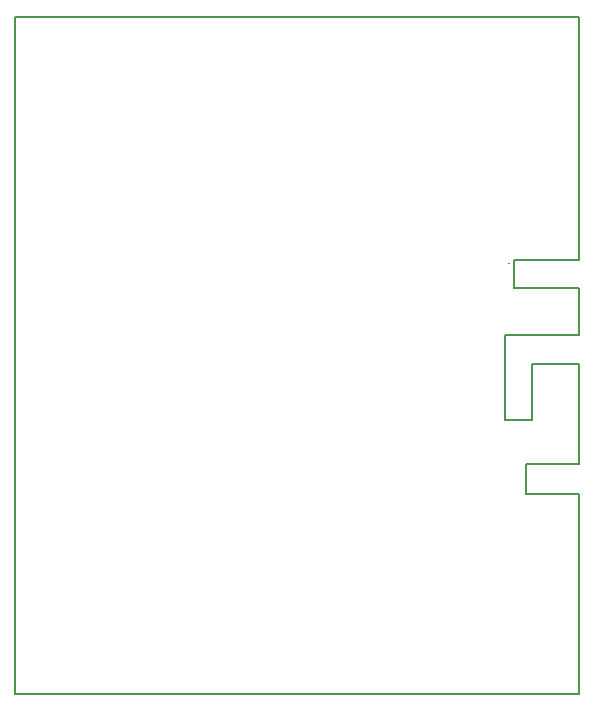
<source format=gbr>
G04 #@! TF.FileFunction,Profile,NP*
%FSLAX46Y46*%
G04 Gerber Fmt 4.6, Leading zero omitted, Abs format (unit mm)*
G04 Created by KiCad (PCBNEW 4.0.7) date 12/06/18 03:02:26*
%MOMM*%
%LPD*%
G01*
G04 APERTURE LIST*
%ADD10C,0.100000*%
%ADD11C,0.150000*%
G04 APERTURE END LIST*
D10*
D11*
X82194400Y-56794400D02*
X82194400Y-65278000D01*
X78232000Y-56794400D02*
X82194400Y-56794400D01*
X78232000Y-61569600D02*
X78232000Y-56794400D01*
X78232000Y-54356000D02*
X82194400Y-54356000D01*
X82194400Y-50393600D02*
X82194400Y-54356000D01*
X75946000Y-54356000D02*
X78232000Y-54356000D01*
X75946000Y-61569600D02*
X75946000Y-54356000D01*
X78232000Y-61569600D02*
X75946000Y-61569600D01*
X82194400Y-67818000D02*
X82194400Y-84785200D01*
X77673200Y-67818000D02*
X82194400Y-67818000D01*
X77673200Y-65278000D02*
X77673200Y-67818000D01*
X82194400Y-65278000D02*
X77673200Y-65278000D01*
X82194400Y-27482800D02*
X82194400Y-48056800D01*
X76657200Y-50393600D02*
X82194400Y-50393600D01*
X76657200Y-48056800D02*
X76657200Y-50393600D01*
X82194400Y-48056800D02*
X76657200Y-48056800D01*
X76301600Y-48310800D02*
X76301600Y-48260000D01*
X34442400Y-27482800D02*
X34442400Y-30022800D01*
X82194400Y-27482800D02*
X34442400Y-27482800D01*
X34442400Y-84785200D02*
X82194400Y-84785200D01*
X34442400Y-30022800D02*
X34442400Y-84785200D01*
M02*

</source>
